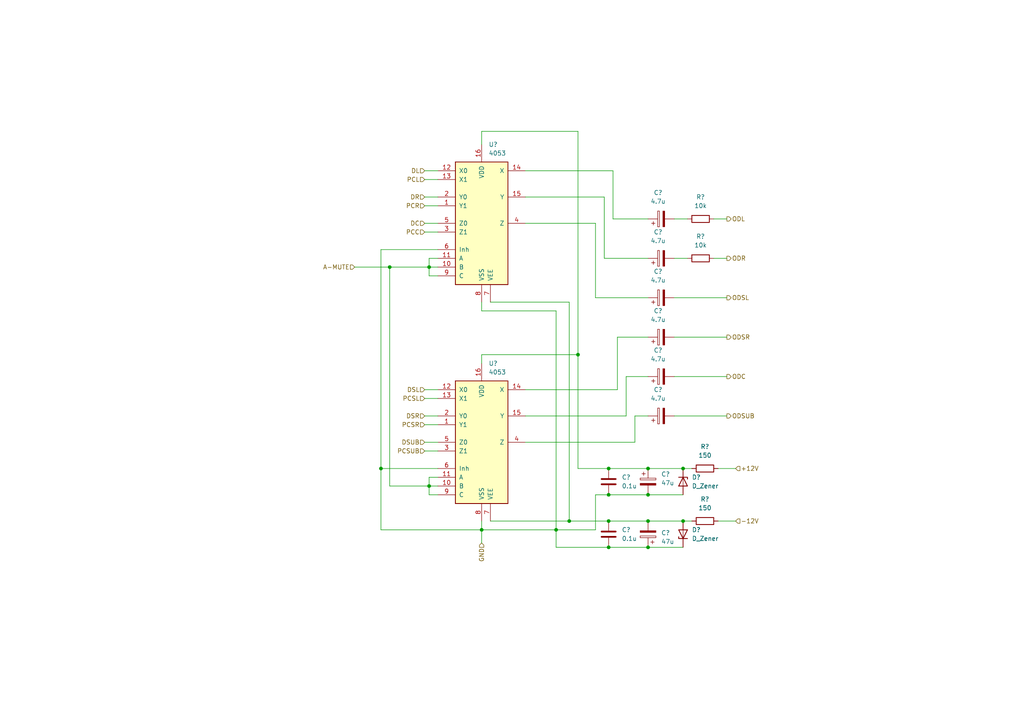
<source format=kicad_sch>
(kicad_sch (version 20211123) (generator eeschema)
  (paper "A4")
  (lib_symbols
    (symbol "4xxx:4053" (pin_names (offset 1.016))
      (property "Reference" "U" (at -7.62 19.05 0))
      (property "Value" "4053" (at -7.62 -19.05 0))
      (symbol "4053_1_0"
        (pin passive line (at -12.7 5.08 0) (length 5.08) (name "Y1") (number "1"))
        (pin input line (at -12.7 -12.7 0) (length 5.08) (name "B") (number "10"))
        (pin input line (at -12.7 -10.16 0) (length 5.08) (name "A") (number "11"))
        (pin passive line (at -12.7 15.24 0) (length 5.08) (name "X0") (number "12"))
        (pin passive line (at -12.7 12.7 0) (length 5.08) (name "X1") (number "13"))
        (pin passive line (at 12.7 15.24 180) (length 5.08) (name "X") (number "14"))
        (pin passive line (at 12.7 7.62 180) (length 5.08) (name "Y") (number "15"))
        (pin power_in line (at 0 22.86 270) (length 5.08) (name "VDD") (number "16"))
        (pin passive line (at -12.7 7.62 0) (length 5.08) (name "Y0") (number "2"))
        (pin passive line (at -12.7 -2.54 0) (length 5.08) (name "Z1") (number "3"))
        (pin passive line (at 12.7 0 180) (length 5.08) (name "Z") (number "4"))
        (pin passive line (at -12.7 0 0) (length 5.08) (name "Z0") (number "5"))
        (pin input line (at -12.7 -7.62 0) (length 5.08) (name "Inh") (number "6"))
        (pin power_in line (at 2.54 -22.86 90) (length 5.08) (name "VEE") (number "7"))
        (pin power_in line (at 0 -22.86 90) (length 5.08) (name "VSS") (number "8"))
        (pin input line (at -12.7 -15.24 0) (length 5.08) (name "C") (number "9"))
      )
      (symbol "4053_1_1"
        (rectangle (start -7.62 17.78) (end 7.62 -17.78) (stroke (width 0.254)) (fill (type background)))
      )
    )
    (symbol "Device:C" (pin_numbers hide) (pin_names (offset 0.254))
      (property "Reference" "C" (at 0.635 2.54 0))
      (property "Value" "C" (at 0.635 -2.54 0))
      (symbol "C_0_1"
        (polyline (pts (xy -2.032 -0.762) (xy 2.032 -0.762)) (stroke (width 0.508)))
        (polyline (pts (xy -2.032 0.762) (xy 2.032 0.762)) (stroke (width 0.508)))
      )
      (symbol "C_1_1"
        (pin passive line (at 0 3.81 270) (length 2.794) (name "~") (number "1"))
        (pin passive line (at 0 -3.81 90) (length 2.794) (name "~") (number "2"))
      )
    )
    (symbol "Device:C_Polarized" (pin_numbers hide) (pin_names (offset 0.254))
      (property "Reference" "C" (at 0.635 2.54 0))
      (property "Value" "C_Polarized" (at 0.635 -2.54 0))
      (symbol "C_Polarized_0_1"
        (rectangle (start -2.286 0.508) (end 2.286 1.016))
        (polyline (pts (xy -1.778 2.286) (xy -0.762 2.286)))
        (polyline (pts (xy -1.27 2.794) (xy -1.27 1.778)))
        (rectangle (start 2.286 -0.508) (end -2.286 -1.016) (fill (type outline)))
      )
      (symbol "C_Polarized_1_1"
        (pin passive line (at 0 3.81 270) (length 2.794) (name "~") (number "1"))
        (pin passive line (at 0 -3.81 90) (length 2.794) (name "~") (number "2"))
      )
    )
    (symbol "Device:D_Zener" (pin_numbers hide) (pin_names (offset 1.016) hide)
      (property "Reference" "D" (at 0 2.54 0))
      (property "Value" "D_Zener" (at 0 -2.54 0))
      (symbol "D_Zener_0_1"
        (polyline (pts (xy 1.27 0) (xy -1.27 0)))
        (polyline (pts (xy -1.27 -1.27) (xy -1.27 1.27) (xy -0.762 1.27)) (stroke (width 0.254)))
        (polyline (pts (xy 1.27 -1.27) (xy 1.27 1.27) (xy -1.27 0) (xy 1.27 -1.27)) (stroke (width 0.254)))
      )
      (symbol "D_Zener_1_1"
        (pin passive line (at -3.81 0 0) (length 2.54) (name "K") (number "1"))
        (pin passive line (at 3.81 0 180) (length 2.54) (name "A") (number "2"))
      )
    )
    (symbol "Device:R" (pin_numbers hide) (pin_names (offset 0))
      (property "Reference" "R" (at 2.032 0 90))
      (property "Value" "R" (at 0 0 90))
      (symbol "R_0_1"
        (rectangle (start -1.016 -2.54) (end 1.016 2.54) (stroke (width 0.254)))
      )
      (symbol "R_1_1"
        (pin passive line (at 0 3.81 270) (length 1.27) (name "~") (number "1"))
        (pin passive line (at 0 -3.81 90) (length 1.27) (name "~") (number "2"))
      )
    )
  )
  (junction (at 139.7 153.67))
  (junction (at 161.29 153.67))
  (junction (at 176.53 158.75))
  (junction (at 198.12 151.13))
  (junction (at 165.1 151.13))
  (junction (at 176.53 151.13))
  (junction (at 124.46 77.47))
  (junction (at 176.53 143.51))
  (junction (at 187.96 158.75))
  (junction (at 124.46 140.97))
  (junction (at 110.49 135.89))
  (junction (at 187.96 135.89))
  (junction (at 198.12 135.89))
  (junction (at 176.53 135.89))
  (junction (at 167.64 102.87))
  (junction (at 113.03 77.47))
  (junction (at 187.96 151.13))
  (junction (at 187.96 143.51))
  (wire (pts (xy 187.96 158.75) (xy 198.12 158.75)))
  (wire (pts (xy 152.4 113.03) (xy 179.07 113.03)))
  (wire (pts (xy 124.46 143.51) (xy 124.46 140.97)))
  (wire (pts (xy 165.1 87.63) (xy 142.24 87.63)))
  (wire (pts (xy 123.19 130.81) (xy 127 130.81)))
  (wire (pts (xy 184.15 120.65) (xy 187.96 120.65)))
  (wire (pts (xy 124.46 77.47) (xy 124.46 80.01)))
  (wire (pts (xy 167.64 102.87) (xy 167.64 38.1)))
  (wire (pts (xy 172.72 64.77) (xy 172.72 86.36)))
  (wire (pts (xy 152.4 64.77) (xy 172.72 64.77)))
  (wire (pts (xy 102.87 77.47) (xy 113.03 77.47)))
  (wire (pts (xy 184.15 128.27) (xy 184.15 120.65)))
  (wire (pts (xy 113.03 77.47) (xy 124.46 77.47)))
  (wire (pts (xy 142.24 151.13) (xy 165.1 151.13)))
  (wire (pts (xy 179.07 97.79) (xy 187.96 97.79)))
  (wire (pts (xy 110.49 135.89) (xy 127 135.89)))
  (wire (pts (xy 208.28 151.13) (xy 213.36 151.13)))
  (wire (pts (xy 124.46 77.47) (xy 127 77.47)))
  (wire (pts (xy 161.29 90.17) (xy 161.29 153.67)))
  (wire (pts (xy 161.29 158.75) (xy 176.53 158.75)))
  (wire (pts (xy 165.1 151.13) (xy 165.1 87.63)))
  (wire (pts (xy 110.49 72.39) (xy 110.49 135.89)))
  (wire (pts (xy 139.7 90.17) (xy 161.29 90.17)))
  (wire (pts (xy 123.19 113.03) (xy 127 113.03)))
  (wire (pts (xy 167.64 135.89) (xy 176.53 135.89)))
  (wire (pts (xy 161.29 153.67) (xy 172.72 153.67)))
  (wire (pts (xy 110.49 153.67) (xy 139.7 153.67)))
  (wire (pts (xy 127 138.43) (xy 124.46 138.43)))
  (wire (pts (xy 123.19 64.77) (xy 127 64.77)))
  (wire (pts (xy 187.96 109.22) (xy 181.61 109.22)))
  (wire (pts (xy 139.7 102.87) (xy 167.64 102.87)))
  (wire (pts (xy 152.4 57.15) (xy 175.26 57.15)))
  (wire (pts (xy 195.58 97.79) (xy 210.82 97.79)))
  (wire (pts (xy 175.26 74.93) (xy 187.96 74.93)))
  (wire (pts (xy 123.19 120.65) (xy 127 120.65)))
  (wire (pts (xy 124.46 140.97) (xy 113.03 140.97)))
  (wire (pts (xy 139.7 87.63) (xy 139.7 90.17)))
  (wire (pts (xy 187.96 151.13) (xy 198.12 151.13)))
  (wire (pts (xy 181.61 120.65) (xy 152.4 120.65)))
  (wire (pts (xy 175.26 57.15) (xy 175.26 74.93)))
  (wire (pts (xy 195.58 63.5) (xy 199.39 63.5)))
  (wire (pts (xy 139.7 153.67) (xy 161.29 153.67)))
  (wire (pts (xy 176.53 158.75) (xy 187.96 158.75)))
  (wire (pts (xy 165.1 151.13) (xy 176.53 151.13)))
  (wire (pts (xy 207.01 74.93) (xy 210.82 74.93)))
  (wire (pts (xy 176.53 135.89) (xy 187.96 135.89)))
  (wire (pts (xy 123.19 52.07) (xy 127 52.07)))
  (wire (pts (xy 139.7 38.1) (xy 139.7 41.91)))
  (wire (pts (xy 139.7 105.41) (xy 139.7 102.87)))
  (wire (pts (xy 124.46 138.43) (xy 124.46 140.97)))
  (wire (pts (xy 123.19 57.15) (xy 127 57.15)))
  (wire (pts (xy 198.12 151.13) (xy 200.66 151.13)))
  (wire (pts (xy 152.4 128.27) (xy 184.15 128.27)))
  (wire (pts (xy 127 143.51) (xy 124.46 143.51)))
  (wire (pts (xy 167.64 102.87) (xy 167.64 135.89)))
  (wire (pts (xy 123.19 128.27) (xy 127 128.27)))
  (wire (pts (xy 124.46 140.97) (xy 127 140.97)))
  (wire (pts (xy 179.07 113.03) (xy 179.07 97.79)))
  (wire (pts (xy 123.19 67.31) (xy 127 67.31)))
  (wire (pts (xy 152.4 49.53) (xy 177.8 49.53)))
  (wire (pts (xy 123.19 123.19) (xy 127 123.19)))
  (wire (pts (xy 176.53 143.51) (xy 187.96 143.51)))
  (wire (pts (xy 139.7 153.67) (xy 139.7 157.48)))
  (wire (pts (xy 172.72 153.67) (xy 172.72 143.51)))
  (wire (pts (xy 113.03 140.97) (xy 113.03 77.47)))
  (wire (pts (xy 176.53 151.13) (xy 187.96 151.13)))
  (wire (pts (xy 124.46 80.01) (xy 127 80.01)))
  (wire (pts (xy 195.58 109.22) (xy 210.82 109.22)))
  (wire (pts (xy 127 74.93) (xy 124.46 74.93)))
  (wire (pts (xy 123.19 49.53) (xy 127 49.53)))
  (wire (pts (xy 195.58 120.65) (xy 210.82 120.65)))
  (wire (pts (xy 172.72 86.36) (xy 187.96 86.36)))
  (wire (pts (xy 127 72.39) (xy 110.49 72.39)))
  (wire (pts (xy 207.01 63.5) (xy 210.82 63.5)))
  (wire (pts (xy 187.96 135.89) (xy 198.12 135.89)))
  (wire (pts (xy 161.29 153.67) (xy 161.29 158.75)))
  (wire (pts (xy 181.61 109.22) (xy 181.61 120.65)))
  (wire (pts (xy 187.96 143.51) (xy 198.12 143.51)))
  (wire (pts (xy 208.28 135.89) (xy 213.36 135.89)))
  (wire (pts (xy 195.58 74.93) (xy 199.39 74.93)))
  (wire (pts (xy 172.72 143.51) (xy 176.53 143.51)))
  (wire (pts (xy 123.19 59.69) (xy 127 59.69)))
  (wire (pts (xy 110.49 135.89) (xy 110.49 153.67)))
  (wire (pts (xy 139.7 151.13) (xy 139.7 153.67)))
  (wire (pts (xy 167.64 38.1) (xy 139.7 38.1)))
  (wire (pts (xy 177.8 49.53) (xy 177.8 63.5)))
  (wire (pts (xy 124.46 74.93) (xy 124.46 77.47)))
  (wire (pts (xy 198.12 135.89) (xy 200.66 135.89)))
  (wire (pts (xy 195.58 86.36) (xy 210.82 86.36)))
  (wire (pts (xy 177.8 63.5) (xy 187.96 63.5)))
  (wire (pts (xy 123.19 115.57) (xy 127 115.57)))
  (hierarchical_label "PCL" (shape input) (at 123.19 52.07 180))
  (hierarchical_label "A-MUTE" (shape input) (at 102.87 77.47 180))
  (hierarchical_label "PCSR" (shape input) (at 123.19 123.19 180))
  (hierarchical_label "ODSUB" (shape output) (at 210.82 120.65 0))
  (hierarchical_label "ODC" (shape output) (at 210.82 109.22 0))
  (hierarchical_label "ODSL" (shape output) (at 210.82 86.36 0))
  (hierarchical_label "PCC" (shape input) (at 123.19 67.31 180))
  (hierarchical_label "ODSR" (shape output) (at 210.82 97.79 0))
  (hierarchical_label "+12V" (shape input) (at 213.36 135.89 0))
  (hierarchical_label "DC" (shape input) (at 123.19 64.77 180))
  (hierarchical_label "ODR" (shape output) (at 210.82 74.93 0))
  (hierarchical_label "DSR" (shape input) (at 123.19 120.65 180))
  (hierarchical_label "DSUB" (shape input) (at 123.19 128.27 180))
  (hierarchical_label "DR" (shape input) (at 123.19 57.15 180))
  (hierarchical_label "ODL" (shape output) (at 210.82 63.5 0))
  (hierarchical_label "DL" (shape input) (at 123.19 49.53 180))
  (hierarchical_label "PCSL" (shape input) (at 123.19 115.57 180))
  (hierarchical_label "DSL" (shape input) (at 123.19 113.03 180))
  (hierarchical_label "PCSUB" (shape input) (at 123.19 130.81 180))
  (hierarchical_label "-12V" (shape input) (at 213.36 151.13 0))
  (hierarchical_label "GND" (shape input) (at 139.7 157.48 270))
  (hierarchical_label "PCR" (shape input) (at 123.19 59.69 180))
  (symbol (lib_id "Device:R") (at 204.47 151.13 90) (unit 1)
    (property "Reference" "R?" (at 204.47 144.78 90))
    (property "Value" "150" (at 204.47 147.32 90))
  )
  (symbol (lib_id "Device:C_Polarized") (at 191.77 86.36 90) (unit 1)
    (property "Reference" "C?" (at 190.881 78.74 90))
    (property "Value" "4.7u" (at 190.881 81.28 90))
  )
  (symbol (lib_id "Device:C") (at 176.53 154.94 0) (unit 1)
    (property "Reference" "C?" (at 180.34 153.6699 0) (effects (justify left)))
    (property "Value" "0.1u" (at 180.34 156.2099 0) (effects (justify left)))
    (property "Spice_Primitive" "C" (effects hide))
    (property "Spice_Model" "0.1u" (effects hide))
    (property "Spice_Netlist_Enabled" "Y" (effects hide))
  )
  (symbol (lib_id "Device:C_Polarized") (at 191.77 97.79 90) (unit 1)
    (property "Reference" "C?" (at 190.881 90.17 90))
    (property "Value" "4.7u" (at 190.881 92.71 90))
  )
  (symbol (lib_id "Device:C") (at 176.53 139.7 0) (unit 1)
    (property "Reference" "C?" (at 180.34 138.4299 0) (effects (justify left)))
    (property "Value" "0.1u" (at 180.34 140.9699 0) (effects (justify left)))
    (property "Spice_Primitive" "C" (effects hide))
    (property "Spice_Model" "0.1u" (effects hide))
    (property "Spice_Netlist_Enabled" "Y" (effects hide))
  )
  (symbol (lib_id "Device:D_Zener") (at 198.12 139.7 270) (unit 1)
    (property "Reference" "D?" (at 200.66 138.4299 90) (effects (justify left)))
    (property "Value" "D_Zener" (at 200.66 140.9699 90) (effects (justify left)))
  )
  (symbol (lib_id "Device:R") (at 203.2 74.93 90) (unit 1)
    (property "Reference" "R?" (at 203.2 68.58 90))
    (property "Value" "10k" (at 203.2 71.12 90))
  )
  (symbol (lib_id "Device:C_Polarized") (at 191.77 63.5 90) (unit 1)
    (property "Reference" "C?" (at 190.881 55.88 90))
    (property "Value" "4.7u" (at 190.881 58.42 90))
  )
  (symbol (lib_id "Device:C_Polarized") (at 187.96 139.7 0) (unit 1)
    (property "Reference" "C?" (at 191.77 137.5409 0) (effects (justify left)))
    (property "Value" "47u" (at 191.77 140.0809 0) (effects (justify left)))
  )
  (symbol (lib_id "Device:C_Polarized") (at 187.96 154.94 180) (unit 1)
    (property "Reference" "C?" (at 191.77 154.5589 0) (effects (justify right)))
    (property "Value" "47u" (at 191.77 157.0989 0) (effects (justify right)))
  )
  (symbol (lib_id "Device:R") (at 203.2 63.5 90) (unit 1)
    (property "Reference" "R?" (at 203.2 57.15 90))
    (property "Value" "10k" (at 203.2 59.69 90))
  )
  (symbol (lib_id "4xxx:4053") (at 139.7 128.27 0) (unit 1)
    (property "Reference" "U?" (at 141.7194 105.41 0) (effects (justify left)))
    (property "Value" "4053" (at 141.7194 107.95 0) (effects (justify left)))
    (property "Datasheet" "http://www.intersil.com/content/dam/Intersil/documents/cd40/cd4051bms-52bms-53bms.pdf" (effects hide))
  )
  (symbol (lib_id "Device:C_Polarized") (at 191.77 74.93 90) (unit 1)
    (property "Reference" "C?" (at 190.881 67.31 90))
    (property "Value" "4.7u" (at 190.881 69.85 90))
  )
  (symbol (lib_id "4xxx:4053") (at 139.7 64.77 0) (unit 1)
    (property "Reference" "U?" (at 141.7194 41.91 0) (effects (justify left)))
    (property "Value" "4053" (at 141.7194 44.45 0) (effects (justify left)))
    (property "Datasheet" "http://www.intersil.com/content/dam/Intersil/documents/cd40/cd4051bms-52bms-53bms.pdf" (effects hide))
  )
  (symbol (lib_id "Device:C_Polarized") (at 191.77 120.65 90) (unit 1)
    (property "Reference" "C?" (at 190.881 113.03 90))
    (property "Value" "4.7u" (at 190.881 115.57 90))
  )
  (symbol (lib_id "Device:C_Polarized") (at 191.77 109.22 90) (unit 1)
    (property "Reference" "C?" (at 190.881 101.6 90))
    (property "Value" "4.7u" (at 190.881 104.14 90))
  )
  (symbol (lib_id "Device:R") (at 204.47 135.89 90) (unit 1)
    (property "Reference" "R?" (at 204.47 129.54 90))
    (property "Value" "150" (at 204.47 132.08 90))
  )
  (symbol (lib_id "Device:D_Zener") (at 198.12 154.94 90) (unit 1)
    (property "Reference" "D?" (at 200.66 153.6699 90) (effects (justify right)))
    (property "Value" "D_Zener" (at 200.66 156.2099 90) (effects (justify right)))
  )
)
</source>
